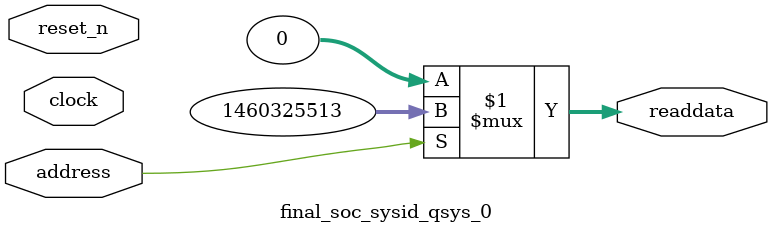
<source format=v>

`timescale 1ns / 1ps
// synthesis translate_on

// turn off superfluous verilog processor warnings 
// altera message_level Level1 
// altera message_off 10034 10035 10036 10037 10230 10240 10030 

module final_soc_sysid_qsys_0 (
               // inputs:
                address,
                clock,
                reset_n,

               // outputs:
                readdata
             )
;

  output  [ 31: 0] readdata;
  input            address;
  input            clock;
  input            reset_n;

  wire    [ 31: 0] readdata;
  //control_slave, which is an e_avalon_slave
  assign readdata = address ? 1460325513 : 0;

endmodule




</source>
